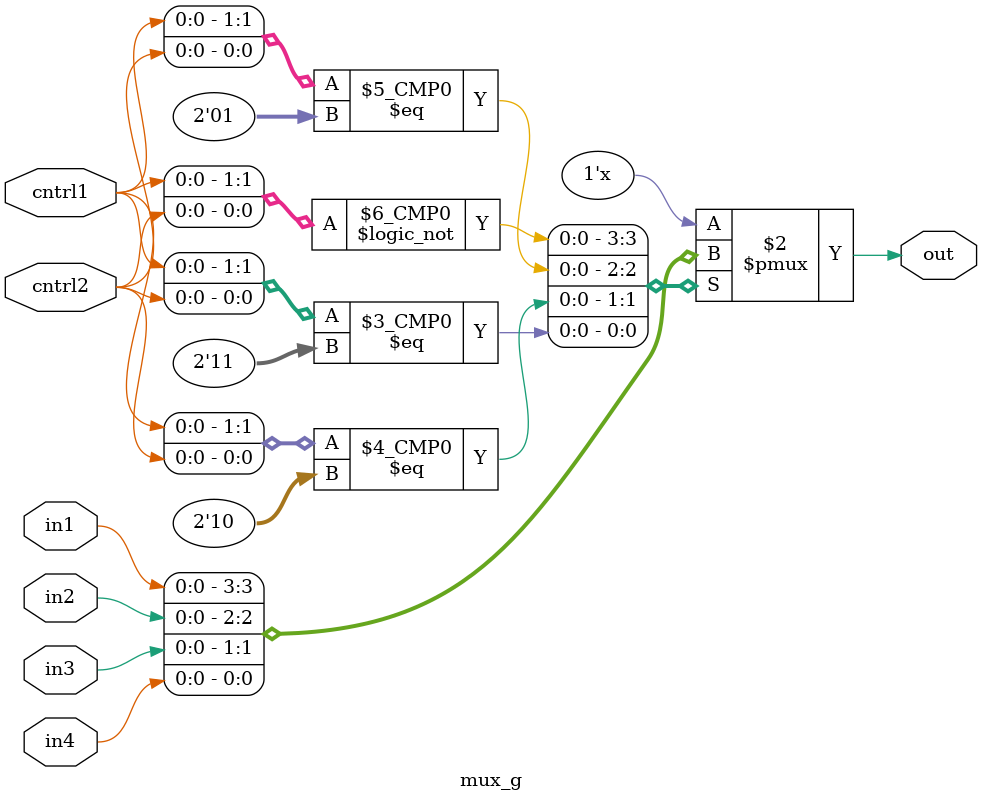
<source format=v>
module mux_g(
  out, 
  in1, in2, in3, in4, 
  cntrl1, cntrl2
);
  input in1, in2, in3, in4, cntrl1, cntrl2;
  output reg out;

  always @(in1 or in2 or in3 or in4 or cntrl1 or cntrl2) begin
    case ({cntrl1, cntrl2})
      2'b00 : out <= in1;
      2'b01 : out <= in2;
      2'b10 : out <= in3;
      2'b11 : out <= in4;
    endcase
    end
endmodule
</source>
